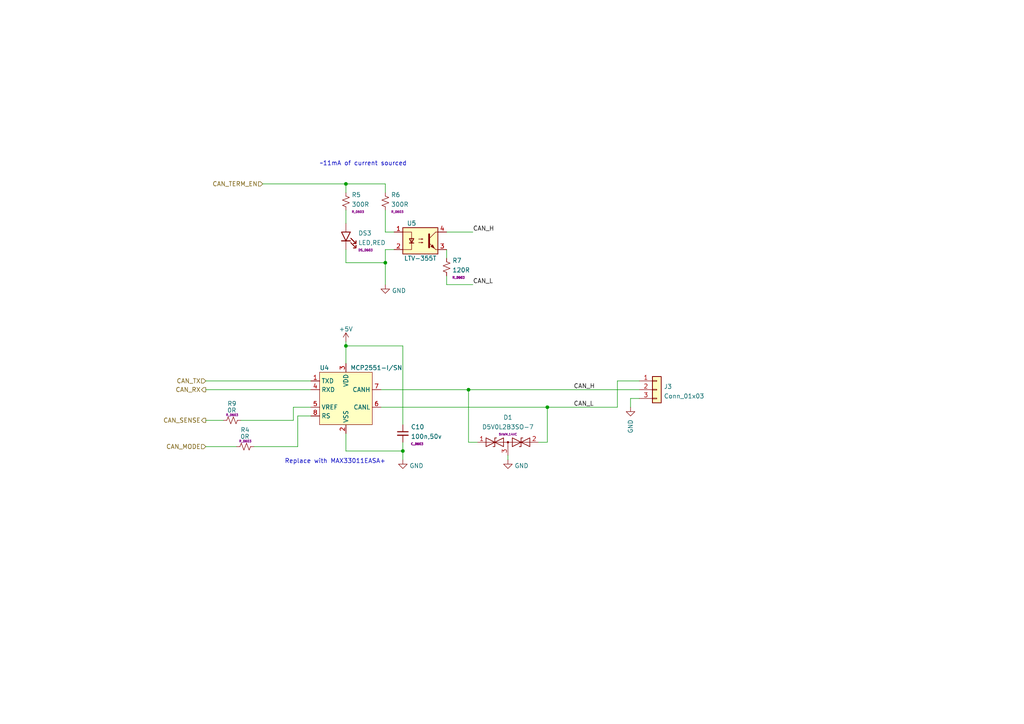
<source format=kicad_sch>
(kicad_sch (version 20211123) (generator eeschema)

  (uuid 5bbd8ceb-e402-4829-ae30-bada345dcc87)

  (paper "A4")

  (lib_symbols
    (symbol "C_Capacitor:C_0603" (pin_numbers hide) (pin_names (offset 1.016)) (in_bom yes) (on_board yes)
      (property "Reference" "C" (id 0) (at 3.175 1.905 0)
        (effects (font (size 1.27 1.27)))
      )
      (property "Value" "C_0603" (id 1) (at 5.715 0 0)
        (effects (font (size 1.27 1.27)))
      )
      (property "Footprint" "C_Capacitor:C_0603" (id 2) (at -3.175 0 90)
        (effects (font (size 1.27 1.27)) hide)
      )
      (property "Datasheet" "" (id 3) (at 2.54 2.54 0)
        (effects (font (size 1.27 1.27)) hide)
      )
      (property "Size" "C_0603" (id 4) (at 4.445 -1.905 0)
        (effects (font (size 0.635 0.635)))
      )
      (symbol "C_0603_1_1"
        (polyline
          (pts
            (xy -1.524 -0.508)
            (xy 1.524 -0.508)
          )
          (stroke (width 0.3302) (type default) (color 0 0 0 0))
          (fill (type none))
        )
        (polyline
          (pts
            (xy -1.524 0.508)
            (xy 1.524 0.508)
          )
          (stroke (width 0.3048) (type default) (color 0 0 0 0))
          (fill (type none))
        )
        (pin passive line (at 0 2.54 270) (length 2.032)
          (name "~" (effects (font (size 1.27 1.27))))
          (number "1" (effects (font (size 1.27 1.27))))
        )
        (pin passive line (at 0 -2.54 90) (length 2.032)
          (name "~" (effects (font (size 1.27 1.27))))
          (number "2" (effects (font (size 1.27 1.27))))
        )
      )
    )
    (symbol "Connector_Generic:Conn_01x03" (pin_names (offset 1.016) hide) (in_bom yes) (on_board yes)
      (property "Reference" "J" (id 0) (at 0 5.08 0)
        (effects (font (size 1.27 1.27)))
      )
      (property "Value" "Conn_01x03" (id 1) (at 0 -5.08 0)
        (effects (font (size 1.27 1.27)))
      )
      (property "Footprint" "" (id 2) (at 0 0 0)
        (effects (font (size 1.27 1.27)) hide)
      )
      (property "Datasheet" "~" (id 3) (at 0 0 0)
        (effects (font (size 1.27 1.27)) hide)
      )
      (property "ki_keywords" "connector" (id 4) (at 0 0 0)
        (effects (font (size 1.27 1.27)) hide)
      )
      (property "ki_description" "Generic connector, single row, 01x03, script generated (kicad-library-utils/schlib/autogen/connector/)" (id 5) (at 0 0 0)
        (effects (font (size 1.27 1.27)) hide)
      )
      (property "ki_fp_filters" "Connector*:*_1x??_*" (id 6) (at 0 0 0)
        (effects (font (size 1.27 1.27)) hide)
      )
      (symbol "Conn_01x03_1_1"
        (rectangle (start -1.27 -2.413) (end 0 -2.667)
          (stroke (width 0.1524) (type default) (color 0 0 0 0))
          (fill (type none))
        )
        (rectangle (start -1.27 0.127) (end 0 -0.127)
          (stroke (width 0.1524) (type default) (color 0 0 0 0))
          (fill (type none))
        )
        (rectangle (start -1.27 2.667) (end 0 2.413)
          (stroke (width 0.1524) (type default) (color 0 0 0 0))
          (fill (type none))
        )
        (rectangle (start -1.27 3.81) (end 1.27 -3.81)
          (stroke (width 0.254) (type default) (color 0 0 0 0))
          (fill (type background))
        )
        (pin passive line (at -5.08 2.54 0) (length 3.81)
          (name "Pin_1" (effects (font (size 1.27 1.27))))
          (number "1" (effects (font (size 1.27 1.27))))
        )
        (pin passive line (at -5.08 0 0) (length 3.81)
          (name "Pin_2" (effects (font (size 1.27 1.27))))
          (number "2" (effects (font (size 1.27 1.27))))
        )
        (pin passive line (at -5.08 -2.54 0) (length 3.81)
          (name "Pin_3" (effects (font (size 1.27 1.27))))
          (number "3" (effects (font (size 1.27 1.27))))
        )
      )
    )
    (symbol "DS_LED:DS_0603" (pin_numbers hide) (pin_names (offset 1.016) hide) (in_bom yes) (on_board yes)
      (property "Reference" "DS" (id 0) (at 0 2.54 0)
        (effects (font (size 1.27 1.27)))
      )
      (property "Value" "DS_0603" (id 1) (at 0 -4.445 0)
        (effects (font (size 0.635 0.635)))
      )
      (property "Footprint" "DS_LED:DS_0603" (id 2) (at 0 -6.35 0)
        (effects (font (size 1.27 1.27)) hide)
      )
      (property "Datasheet" "" (id 3) (at 0 -6.35 0)
        (effects (font (size 1.27 1.27)) hide)
      )
      (property "Color" "?" (id 4) (at 1.27 -2.54 0)
        (effects (font (size 1.27 1.27)))
      )
      (symbol "DS_0603_1_1"
        (polyline
          (pts
            (xy -1.27 -1.27)
            (xy -1.27 1.27)
          )
          (stroke (width 0.254) (type default) (color 0 0 0 0))
          (fill (type none))
        )
        (polyline
          (pts
            (xy -1.27 -1.27)
            (xy -1.27 1.27)
          )
          (stroke (width 0.254) (type default) (color 0 0 0 0))
          (fill (type none))
        )
        (polyline
          (pts
            (xy 1.27 -1.27)
            (xy 1.27 1.27)
            (xy -1.27 0)
            (xy 1.27 -1.27)
          )
          (stroke (width 0.254) (type default) (color 0 0 0 0))
          (fill (type none))
        )
        (polyline
          (pts
            (xy -1.778 -1.397)
            (xy -3.302 -2.921)
            (xy -2.54 -2.921)
            (xy -3.302 -2.921)
            (xy -3.302 -2.159)
          )
          (stroke (width 0) (type default) (color 0 0 0 0))
          (fill (type none))
        )
        (polyline
          (pts
            (xy -1.778 -1.397)
            (xy -3.302 -2.921)
            (xy -2.54 -2.921)
            (xy -3.302 -2.921)
            (xy -3.302 -2.159)
          )
          (stroke (width 0) (type default) (color 0 0 0 0))
          (fill (type none))
        )
        (polyline
          (pts
            (xy -1.778 -1.397)
            (xy -3.302 -2.921)
            (xy -2.54 -2.921)
            (xy -3.302 -2.921)
            (xy -3.302 -2.159)
          )
          (stroke (width 0) (type default) (color 0 0 0 0))
          (fill (type none))
        )
        (polyline
          (pts
            (xy -1.778 -1.397)
            (xy -3.302 -2.921)
            (xy -2.54 -2.921)
            (xy -3.302 -2.921)
            (xy -3.302 -2.159)
          )
          (stroke (width 0) (type default) (color 0 0 0 0))
          (fill (type none))
        )
        (polyline
          (pts
            (xy -1.778 -1.397)
            (xy -3.302 -2.921)
            (xy -2.54 -2.921)
            (xy -3.302 -2.921)
            (xy -3.302 -2.159)
          )
          (stroke (width 0) (type default) (color 0 0 0 0))
          (fill (type none))
        )
        (polyline
          (pts
            (xy -1.778 -1.397)
            (xy -3.302 -2.921)
            (xy -2.54 -2.921)
            (xy -3.302 -2.921)
            (xy -3.302 -2.159)
          )
          (stroke (width 0) (type default) (color 0 0 0 0))
          (fill (type none))
        )
        (polyline
          (pts
            (xy -1.778 -1.397)
            (xy -3.302 -2.921)
            (xy -2.54 -2.921)
            (xy -3.302 -2.921)
            (xy -3.302 -2.159)
          )
          (stroke (width 0) (type default) (color 0 0 0 0))
          (fill (type none))
        )
        (polyline
          (pts
            (xy -1.778 -1.397)
            (xy -3.302 -2.921)
            (xy -2.54 -2.921)
            (xy -3.302 -2.921)
            (xy -3.302 -2.159)
          )
          (stroke (width 0) (type default) (color 0 0 0 0))
          (fill (type none))
        )
        (polyline
          (pts
            (xy -0.508 -1.397)
            (xy -2.032 -2.921)
            (xy -1.27 -2.921)
            (xy -2.032 -2.921)
            (xy -2.032 -2.159)
          )
          (stroke (width 0) (type default) (color 0 0 0 0))
          (fill (type none))
        )
        (polyline
          (pts
            (xy -0.508 -1.397)
            (xy -2.032 -2.921)
            (xy -1.27 -2.921)
            (xy -2.032 -2.921)
            (xy -2.032 -2.159)
          )
          (stroke (width 0) (type default) (color 0 0 0 0))
          (fill (type none))
        )
        (polyline
          (pts
            (xy -0.508 -1.397)
            (xy -2.032 -2.921)
            (xy -1.27 -2.921)
            (xy -2.032 -2.921)
            (xy -2.032 -2.159)
          )
          (stroke (width 0) (type default) (color 0 0 0 0))
          (fill (type none))
        )
        (polyline
          (pts
            (xy -0.508 -1.397)
            (xy -2.032 -2.921)
            (xy -1.27 -2.921)
            (xy -2.032 -2.921)
            (xy -2.032 -2.159)
          )
          (stroke (width 0) (type default) (color 0 0 0 0))
          (fill (type none))
        )
        (polyline
          (pts
            (xy -0.508 -1.397)
            (xy -2.032 -2.921)
            (xy -1.27 -2.921)
            (xy -2.032 -2.921)
            (xy -2.032 -2.159)
          )
          (stroke (width 0) (type default) (color 0 0 0 0))
          (fill (type none))
        )
        (polyline
          (pts
            (xy -0.508 -1.397)
            (xy -2.032 -2.921)
            (xy -1.27 -2.921)
            (xy -2.032 -2.921)
            (xy -2.032 -2.159)
          )
          (stroke (width 0) (type default) (color 0 0 0 0))
          (fill (type none))
        )
        (polyline
          (pts
            (xy -0.508 -1.397)
            (xy -2.032 -2.921)
            (xy -1.27 -2.921)
            (xy -2.032 -2.921)
            (xy -2.032 -2.159)
          )
          (stroke (width 0) (type default) (color 0 0 0 0))
          (fill (type none))
        )
        (polyline
          (pts
            (xy -0.508 -1.397)
            (xy -2.032 -2.921)
            (xy -1.27 -2.921)
            (xy -2.032 -2.921)
            (xy -2.032 -2.159)
          )
          (stroke (width 0) (type default) (color 0 0 0 0))
          (fill (type none))
        )
        (pin passive line (at -3.81 0 0) (length 2.54)
          (name "K" (effects (font (size 1.27 1.27))))
          (number "1" (effects (font (size 1.27 1.27))))
        )
        (pin passive line (at 3.81 0 180) (length 2.54)
          (name "A" (effects (font (size 1.27 1.27))))
          (number "2" (effects (font (size 1.27 1.27))))
        )
      )
    )
    (symbol "D_Diode:D5V0L2B3SO-7" (pin_names hide) (in_bom yes) (on_board yes)
      (property "Reference" "D" (id 0) (at -5.08 2.54 0)
        (effects (font (size 1.27 1.27)))
      )
      (property "Value" "D5V0L2B3SO-7" (id 1) (at 8.89 -3.81 0)
        (effects (font (size 1.27 1.27)))
      )
      (property "Footprint" "U_IC:SOT23_3" (id 2) (at 7.62 -6.35 0)
        (effects (font (size 1.27 1.27)) hide)
      )
      (property "Datasheet" "" (id 3) (at -17.78 -5.08 0)
        (effects (font (size 1.27 1.27)) hide)
      )
      (property "Params" "5VWM,14VC" (id 4) (at 5.08 -5.08 0)
        (effects (font (size 0.63 0.63)))
      )
      (property "ki_keywords" "TVS DIODE 5VWM 14VC SOT23" (id 5) (at 0 0 0)
        (effects (font (size 1.27 1.27)) hide)
      )
      (property "ki_description" "TVS DIODE 5VWM 14VC SOT23" (id 6) (at 0 0 0)
        (effects (font (size 1.27 1.27)) hide)
      )
      (symbol "D5V0L2B3SO-7_0_0"
        (polyline
          (pts
            (xy 0 -1.27)
            (xy 0 0)
          )
          (stroke (width 0) (type default) (color 0 0 0 0))
          (fill (type none))
        )
      )
      (symbol "D5V0L2B3SO-7_0_1"
        (polyline
          (pts
            (xy -6.35 0)
            (xy 6.35 0)
          )
          (stroke (width 0) (type default) (color 0 0 0 0))
          (fill (type none))
        )
        (polyline
          (pts
            (xy -3.302 1.27)
            (xy -3.81 1.27)
            (xy -3.81 -1.27)
            (xy -4.318 -1.27)
          )
          (stroke (width 0.2032) (type default) (color 0 0 0 0))
          (fill (type none))
        )
        (polyline
          (pts
            (xy 4.318 1.27)
            (xy 3.81 1.27)
            (xy 3.81 -1.27)
            (xy 3.302 -1.27)
          )
          (stroke (width 0.2032) (type default) (color 0 0 0 0))
          (fill (type none))
        )
        (polyline
          (pts
            (xy -6.35 -1.27)
            (xy -1.27 1.27)
            (xy -1.27 -1.27)
            (xy -6.35 1.27)
            (xy -6.35 -1.27)
          )
          (stroke (width 0.2032) (type default) (color 0 0 0 0))
          (fill (type none))
        )
        (polyline
          (pts
            (xy 1.27 -1.27)
            (xy 1.27 1.27)
            (xy 6.35 -1.27)
            (xy 6.35 1.27)
            (xy 1.27 -1.27)
          )
          (stroke (width 0.2032) (type default) (color 0 0 0 0))
          (fill (type none))
        )
        (circle (center 0 0) (radius 0.254)
          (stroke (width 0) (type default) (color 0 0 0 0))
          (fill (type outline))
        )
      )
      (symbol "D5V0L2B3SO-7_1_1"
        (pin passive line (at -8.89 0 0) (length 2.54)
          (name "A1" (effects (font (size 1.27 1.27))))
          (number "1" (effects (font (size 1.27 1.27))))
        )
        (pin passive line (at 8.89 0 180) (length 2.54)
          (name "A2" (effects (font (size 1.27 1.27))))
          (number "2" (effects (font (size 1.27 1.27))))
        )
        (pin passive line (at 0 -3.81 90) (length 2.54)
          (name "common" (effects (font (size 1.27 1.27))))
          (number "3" (effects (font (size 1.27 1.27))))
        )
      )
    )
    (symbol "R_Resistor:R_0603" (pin_numbers hide) (pin_names (offset 1.016)) (in_bom yes) (on_board yes)
      (property "Reference" "R" (id 0) (at 2.54 1.905 0)
        (effects (font (size 1.27 1.27)))
      )
      (property "Value" "R_0603" (id 1) (at 5.08 0 0)
        (effects (font (size 1.27 1.27)))
      )
      (property "Footprint" "R_Resistor:R_0603" (id 2) (at -2.54 0 90)
        (effects (font (size 1.27 1.27)) hide)
      )
      (property "Datasheet" "" (id 3) (at -2.54 -3.81 0)
        (effects (font (size 1.27 1.27)) hide)
      )
      (property "Size" "R_0603" (id 4) (at 3.81 -1.905 0)
        (effects (font (size 0.635 0.635)))
      )
      (symbol "R_0603_1_1"
        (polyline
          (pts
            (xy 0 0)
            (xy 1.016 -0.381)
            (xy 0 -0.762)
            (xy -1.016 -1.143)
            (xy 0 -1.524)
          )
          (stroke (width 0) (type default) (color 0 0 0 0))
          (fill (type none))
        )
        (polyline
          (pts
            (xy 0 1.524)
            (xy 1.016 1.143)
            (xy 0 0.762)
            (xy -1.016 0.381)
            (xy 0 0)
          )
          (stroke (width 0) (type default) (color 0 0 0 0))
          (fill (type none))
        )
        (pin passive line (at 0 2.54 270) (length 1.016)
          (name "~" (effects (font (size 1.27 1.27))))
          (number "1" (effects (font (size 1.27 1.27))))
        )
        (pin passive line (at 0 -2.54 90) (length 1.016)
          (name "~" (effects (font (size 1.27 1.27))))
          (number "2" (effects (font (size 1.27 1.27))))
        )
      )
    )
    (symbol "U_Optos:LTV-355T" (in_bom yes) (on_board yes)
      (property "Reference" "U" (id 0) (at -3.81 5.08 0)
        (effects (font (size 1.27 1.27)))
      )
      (property "Value" "LTV-355T" (id 1) (at 0 -5.08 0)
        (effects (font (size 1.27 1.27)))
      )
      (property "Footprint" "U_IC:SO4_2.54_4.4x3.6" (id 2) (at 0 -7.62 0)
        (effects (font (size 1.27 1.27)) hide)
      )
      (property "Datasheet" "" (id 3) (at -19.05 10.16 0)
        (effects (font (size 1.27 1.27)) hide)
      )
      (property "ki_keywords" "OPTOISO 3.75KV DARLINGTON 4SOP" (id 4) (at 0 0 0)
        (effects (font (size 1.27 1.27)) hide)
      )
      (property "ki_description" "OPTOISO 3.75KV DARLINGTON 4SOP" (id 5) (at 0 0 0)
        (effects (font (size 1.27 1.27)) hide)
      )
      (symbol "LTV-355T_0_1"
        (rectangle (start -5.08 3.81) (end 5.08 -3.81)
          (stroke (width 0.254) (type default) (color 0 0 0 0))
          (fill (type background))
        )
        (polyline
          (pts
            (xy -3.175 -0.635)
            (xy -1.905 -0.635)
          )
          (stroke (width 0.254) (type default) (color 0 0 0 0))
          (fill (type none))
        )
        (polyline
          (pts
            (xy 2.54 0.635)
            (xy 4.445 2.54)
          )
          (stroke (width 0) (type default) (color 0 0 0 0))
          (fill (type none))
        )
        (polyline
          (pts
            (xy 4.445 -2.54)
            (xy 2.54 -0.635)
          )
          (stroke (width 0) (type default) (color 0 0 0 0))
          (fill (type outline))
        )
        (polyline
          (pts
            (xy 4.445 -2.54)
            (xy 5.08 -2.54)
          )
          (stroke (width 0) (type default) (color 0 0 0 0))
          (fill (type none))
        )
        (polyline
          (pts
            (xy 4.445 2.54)
            (xy 5.08 2.54)
          )
          (stroke (width 0) (type default) (color 0 0 0 0))
          (fill (type none))
        )
        (polyline
          (pts
            (xy -5.08 2.54)
            (xy -2.54 2.54)
            (xy -2.54 0.635)
          )
          (stroke (width 0) (type default) (color 0 0 0 0))
          (fill (type none))
        )
        (polyline
          (pts
            (xy -2.54 0.635)
            (xy -2.54 -2.54)
            (xy -5.08 -2.54)
          )
          (stroke (width 0) (type default) (color 0 0 0 0))
          (fill (type none))
        )
        (polyline
          (pts
            (xy 2.54 1.905)
            (xy 2.54 -1.905)
            (xy 2.54 -1.905)
          )
          (stroke (width 0.508) (type default) (color 0 0 0 0))
          (fill (type none))
        )
        (polyline
          (pts
            (xy -2.54 -0.635)
            (xy -3.175 0.635)
            (xy -1.905 0.635)
            (xy -2.54 -0.635)
          )
          (stroke (width 0.254) (type default) (color 0 0 0 0))
          (fill (type none))
        )
        (polyline
          (pts
            (xy -0.508 -0.508)
            (xy 0.762 -0.508)
            (xy 0.381 -0.635)
            (xy 0.381 -0.381)
            (xy 0.762 -0.508)
          )
          (stroke (width 0) (type default) (color 0 0 0 0))
          (fill (type none))
        )
        (polyline
          (pts
            (xy -0.508 0.508)
            (xy 0.762 0.508)
            (xy 0.381 0.381)
            (xy 0.381 0.635)
            (xy 0.762 0.508)
          )
          (stroke (width 0) (type default) (color 0 0 0 0))
          (fill (type none))
        )
        (polyline
          (pts
            (xy 3.048 -1.651)
            (xy 3.556 -1.143)
            (xy 4.064 -2.159)
            (xy 3.048 -1.651)
            (xy 3.048 -1.651)
          )
          (stroke (width 0) (type default) (color 0 0 0 0))
          (fill (type outline))
        )
      )
      (symbol "LTV-355T_1_1"
        (pin passive line (at -7.62 2.54 0) (length 2.54)
          (name "~" (effects (font (size 1.27 1.27))))
          (number "1" (effects (font (size 1.27 1.27))))
        )
        (pin passive line (at -7.62 -2.54 0) (length 2.54)
          (name "~" (effects (font (size 1.27 1.27))))
          (number "2" (effects (font (size 1.27 1.27))))
        )
        (pin passive line (at 7.62 -2.54 180) (length 2.54)
          (name "~" (effects (font (size 1.27 1.27))))
          (number "3" (effects (font (size 1.27 1.27))))
        )
        (pin passive line (at 7.62 2.54 180) (length 2.54)
          (name "~" (effects (font (size 1.27 1.27))))
          (number "4" (effects (font (size 1.27 1.27))))
        )
      )
    )
    (symbol "U_Transceiver:MCP2551-I{slash}SN" (in_bom yes) (on_board yes)
      (property "Reference" "U" (id 0) (at -6.35 8.89 0)
        (effects (font (size 1.27 1.27)))
      )
      (property "Value" "MCP2551-I{slash}SN" (id 1) (at 10.16 -8.89 0)
        (effects (font (size 1.27 1.27)))
      )
      (property "Footprint" "U_IC:SOIC_8" (id 2) (at 8.89 -11.43 0)
        (effects (font (size 1.27 1.27)) hide)
      )
      (property "Datasheet" "" (id 3) (at -30.48 -2.54 0)
        (effects (font (size 1.27 1.27)) hide)
      )
      (property "ki_keywords" "IC TRANSCEIVER HALF 1/1 8SOIC CAN" (id 4) (at 0 0 0)
        (effects (font (size 1.27 1.27)) hide)
      )
      (property "ki_description" "IC TRANSCEIVER HALF 1/1 8SOIC CAN" (id 5) (at 0 0 0)
        (effects (font (size 1.27 1.27)) hide)
      )
      (symbol "MCP2551-I{slash}SN_0_1"
        (rectangle (start -7.62 7.62) (end 7.62 -7.62)
          (stroke (width 0.1524) (type default) (color 0 0 0 0))
          (fill (type background))
        )
      )
      (symbol "MCP2551-I{slash}SN_1_1"
        (pin output line (at -10.16 5.08 0) (length 2.54)
          (name "TXD" (effects (font (size 1.27 1.27))))
          (number "1" (effects (font (size 1.27 1.27))))
        )
        (pin power_in line (at 0 -10.16 90) (length 2.54)
          (name "VSS" (effects (font (size 1.27 1.27))))
          (number "2" (effects (font (size 1.27 1.27))))
        )
        (pin power_in line (at 0 10.16 270) (length 2.54)
          (name "VDD" (effects (font (size 1.27 1.27))))
          (number "3" (effects (font (size 1.27 1.27))))
        )
        (pin input line (at -10.16 2.54 0) (length 2.54)
          (name "RXD" (effects (font (size 1.27 1.27))))
          (number "4" (effects (font (size 1.27 1.27))))
        )
        (pin output line (at -10.16 -2.54 0) (length 2.54)
          (name "VREF" (effects (font (size 1.27 1.27))))
          (number "5" (effects (font (size 1.27 1.27))))
        )
        (pin bidirectional line (at 10.16 -2.54 180) (length 2.54)
          (name "CANL" (effects (font (size 1.27 1.27))))
          (number "6" (effects (font (size 1.27 1.27))))
        )
        (pin bidirectional line (at 10.16 2.54 180) (length 2.54)
          (name "CANH" (effects (font (size 1.27 1.27))))
          (number "7" (effects (font (size 1.27 1.27))))
        )
        (pin passive line (at -10.16 -5.08 0) (length 2.54)
          (name "RS" (effects (font (size 1.27 1.27))))
          (number "8" (effects (font (size 1.27 1.27))))
        )
      )
    )
    (symbol "power:+5V" (power) (pin_names (offset 0)) (in_bom yes) (on_board yes)
      (property "Reference" "#PWR" (id 0) (at 0 -3.81 0)
        (effects (font (size 1.27 1.27)) hide)
      )
      (property "Value" "+5V" (id 1) (at 0 3.556 0)
        (effects (font (size 1.27 1.27)))
      )
      (property "Footprint" "" (id 2) (at 0 0 0)
        (effects (font (size 1.27 1.27)) hide)
      )
      (property "Datasheet" "" (id 3) (at 0 0 0)
        (effects (font (size 1.27 1.27)) hide)
      )
      (property "ki_keywords" "power-flag" (id 4) (at 0 0 0)
        (effects (font (size 1.27 1.27)) hide)
      )
      (property "ki_description" "Power symbol creates a global label with name \"+5V\"" (id 5) (at 0 0 0)
        (effects (font (size 1.27 1.27)) hide)
      )
      (symbol "+5V_0_1"
        (polyline
          (pts
            (xy -0.762 1.27)
            (xy 0 2.54)
          )
          (stroke (width 0) (type default) (color 0 0 0 0))
          (fill (type none))
        )
        (polyline
          (pts
            (xy 0 0)
            (xy 0 2.54)
          )
          (stroke (width 0) (type default) (color 0 0 0 0))
          (fill (type none))
        )
        (polyline
          (pts
            (xy 0 2.54)
            (xy 0.762 1.27)
          )
          (stroke (width 0) (type default) (color 0 0 0 0))
          (fill (type none))
        )
      )
      (symbol "+5V_1_1"
        (pin power_in line (at 0 0 90) (length 0) hide
          (name "+5V" (effects (font (size 1.27 1.27))))
          (number "1" (effects (font (size 1.27 1.27))))
        )
      )
    )
    (symbol "power:GND" (power) (pin_names (offset 0)) (in_bom yes) (on_board yes)
      (property "Reference" "#PWR" (id 0) (at 0 -6.35 0)
        (effects (font (size 1.27 1.27)) hide)
      )
      (property "Value" "GND" (id 1) (at 0 -3.81 0)
        (effects (font (size 1.27 1.27)))
      )
      (property "Footprint" "" (id 2) (at 0 0 0)
        (effects (font (size 1.27 1.27)) hide)
      )
      (property "Datasheet" "" (id 3) (at 0 0 0)
        (effects (font (size 1.27 1.27)) hide)
      )
      (property "ki_keywords" "power-flag" (id 4) (at 0 0 0)
        (effects (font (size 1.27 1.27)) hide)
      )
      (property "ki_description" "Power symbol creates a global label with name \"GND\" , ground" (id 5) (at 0 0 0)
        (effects (font (size 1.27 1.27)) hide)
      )
      (symbol "GND_0_1"
        (polyline
          (pts
            (xy 0 0)
            (xy 0 -1.27)
            (xy 1.27 -1.27)
            (xy 0 -2.54)
            (xy -1.27 -1.27)
            (xy 0 -1.27)
          )
          (stroke (width 0) (type default) (color 0 0 0 0))
          (fill (type none))
        )
      )
      (symbol "GND_1_1"
        (pin power_in line (at 0 0 270) (length 0) hide
          (name "GND" (effects (font (size 1.27 1.27))))
          (number "1" (effects (font (size 1.27 1.27))))
        )
      )
    )
  )

  (junction (at 158.75 118.11) (diameter 0) (color 0 0 0 0)
    (uuid 5dc2db03-572c-4ad8-bfec-3718137bdb0f)
  )
  (junction (at 116.84 130.81) (diameter 0) (color 0 0 0 0)
    (uuid 8bd80ce2-dc95-4d81-9864-c911616c0baf)
  )
  (junction (at 111.76 76.2) (diameter 0) (color 0 0 0 0)
    (uuid 8cae95bc-0893-4fd1-9082-0e7986ebe4b9)
  )
  (junction (at 100.33 100.33) (diameter 0) (color 0 0 0 0)
    (uuid ce21302b-e354-4b5f-84ba-85b29749fc24)
  )
  (junction (at 100.33 53.34) (diameter 0) (color 0 0 0 0)
    (uuid d0942f7b-dcb6-47be-a3a7-5d553900df51)
  )
  (junction (at 135.89 113.03) (diameter 0) (color 0 0 0 0)
    (uuid d46ed012-fa12-4990-831f-31cb88cf4e29)
  )

  (wire (pts (xy 111.76 72.39) (xy 114.3 72.39))
    (stroke (width 0) (type default) (color 0 0 0 0))
    (uuid 04296ae8-3e79-48dd-992d-3306c39369c5)
  )
  (wire (pts (xy 100.33 100.33) (xy 116.84 100.33))
    (stroke (width 0) (type default) (color 0 0 0 0))
    (uuid 0585c4ee-0a1b-45fc-b7ba-a7531e8fad34)
  )
  (wire (pts (xy 100.33 130.81) (xy 116.84 130.81))
    (stroke (width 0) (type default) (color 0 0 0 0))
    (uuid 11b30ccb-cf3e-487f-8b38-fd9b537b37a4)
  )
  (wire (pts (xy 59.69 121.92) (xy 64.77 121.92))
    (stroke (width 0) (type default) (color 0 0 0 0))
    (uuid 1527dba3-0218-4f64-a3f6-84f075dedb33)
  )
  (wire (pts (xy 110.49 113.03) (xy 135.89 113.03))
    (stroke (width 0) (type default) (color 0 0 0 0))
    (uuid 1d6282bc-331e-4c5e-a2f2-477d8ce8964c)
  )
  (wire (pts (xy 129.54 67.31) (xy 137.16 67.31))
    (stroke (width 0) (type default) (color 0 0 0 0))
    (uuid 1d99d74c-f6e1-44e5-b11f-03ffe0f78f4e)
  )
  (wire (pts (xy 85.09 118.11) (xy 85.09 121.92))
    (stroke (width 0) (type default) (color 0 0 0 0))
    (uuid 1fb15758-c681-4213-8544-40217f2cbc15)
  )
  (wire (pts (xy 135.89 128.27) (xy 135.89 113.03))
    (stroke (width 0) (type default) (color 0 0 0 0))
    (uuid 26f0c72a-000d-4a8d-ac62-1c1c4a22c904)
  )
  (wire (pts (xy 138.43 128.27) (xy 135.89 128.27))
    (stroke (width 0) (type default) (color 0 0 0 0))
    (uuid 29b09a9d-f922-4914-a810-c9dfc4c144aa)
  )
  (wire (pts (xy 179.07 110.49) (xy 185.42 110.49))
    (stroke (width 0) (type default) (color 0 0 0 0))
    (uuid 2cbc547f-88ed-4c37-ad45-91544cf6899e)
  )
  (wire (pts (xy 100.33 53.34) (xy 100.33 55.88))
    (stroke (width 0) (type default) (color 0 0 0 0))
    (uuid 3305367a-6fe5-4925-b65f-70943157417f)
  )
  (wire (pts (xy 76.2 53.34) (xy 100.33 53.34))
    (stroke (width 0) (type default) (color 0 0 0 0))
    (uuid 3b8a6365-51e8-49a1-bb0d-a32e99325097)
  )
  (wire (pts (xy 100.33 125.73) (xy 100.33 130.81))
    (stroke (width 0) (type default) (color 0 0 0 0))
    (uuid 4062da60-28dd-4b78-8ff0-a963d79aa0ab)
  )
  (wire (pts (xy 73.66 129.54) (xy 86.36 129.54))
    (stroke (width 0) (type default) (color 0 0 0 0))
    (uuid 4ac15042-c818-4bda-93bb-0fcd3ed5b65b)
  )
  (wire (pts (xy 100.33 99.06) (xy 100.33 100.33))
    (stroke (width 0) (type default) (color 0 0 0 0))
    (uuid 4b01d9c8-7bed-450b-bf47-5801631087db)
  )
  (wire (pts (xy 100.33 53.34) (xy 111.76 53.34))
    (stroke (width 0) (type default) (color 0 0 0 0))
    (uuid 4beb84b4-41fb-4226-92ca-9861badd3ebd)
  )
  (wire (pts (xy 111.76 53.34) (xy 111.76 55.88))
    (stroke (width 0) (type default) (color 0 0 0 0))
    (uuid 4d390bde-72cf-4381-925c-ca21da21d69c)
  )
  (wire (pts (xy 129.54 72.39) (xy 129.54 74.93))
    (stroke (width 0) (type default) (color 0 0 0 0))
    (uuid 58f58724-71c6-4d1c-9ce2-03d8acd52a98)
  )
  (wire (pts (xy 86.36 129.54) (xy 86.36 120.65))
    (stroke (width 0) (type default) (color 0 0 0 0))
    (uuid 61aee109-0d50-4c9c-982f-85c749756a3e)
  )
  (wire (pts (xy 85.09 121.92) (xy 69.85 121.92))
    (stroke (width 0) (type default) (color 0 0 0 0))
    (uuid 671f0aa0-a459-4304-a4b6-6b0ea3efdb4a)
  )
  (wire (pts (xy 59.69 110.49) (xy 90.17 110.49))
    (stroke (width 0) (type default) (color 0 0 0 0))
    (uuid 6d453ec2-9295-4362-81bf-5cb74c081262)
  )
  (wire (pts (xy 111.76 82.55) (xy 111.76 76.2))
    (stroke (width 0) (type default) (color 0 0 0 0))
    (uuid 6e70c345-0da5-4ece-979e-57845beb39fc)
  )
  (wire (pts (xy 100.33 105.41) (xy 100.33 100.33))
    (stroke (width 0) (type default) (color 0 0 0 0))
    (uuid 7290740a-828b-4ae5-a2ac-49e8dabeedcf)
  )
  (wire (pts (xy 110.49 118.11) (xy 158.75 118.11))
    (stroke (width 0) (type default) (color 0 0 0 0))
    (uuid 740aafab-6e66-4c2b-828d-6b3fec34c1b8)
  )
  (wire (pts (xy 100.33 76.2) (xy 111.76 76.2))
    (stroke (width 0) (type default) (color 0 0 0 0))
    (uuid 7480a1d1-105f-416f-9ef0-edf0e2fa48d9)
  )
  (wire (pts (xy 129.54 82.55) (xy 129.54 80.01))
    (stroke (width 0) (type default) (color 0 0 0 0))
    (uuid 7bce1231-40ab-4527-9195-a6e975b4e3e8)
  )
  (wire (pts (xy 116.84 130.81) (xy 116.84 133.35))
    (stroke (width 0) (type default) (color 0 0 0 0))
    (uuid 7ee7b50c-544c-4d82-8ac5-38936ce6f95d)
  )
  (wire (pts (xy 156.21 128.27) (xy 158.75 128.27))
    (stroke (width 0) (type default) (color 0 0 0 0))
    (uuid 7f160a19-ad10-4537-bf6e-02b26fae7d52)
  )
  (wire (pts (xy 158.75 128.27) (xy 158.75 118.11))
    (stroke (width 0) (type default) (color 0 0 0 0))
    (uuid 8194b920-983c-4890-9a44-d0a895933bf3)
  )
  (wire (pts (xy 114.3 67.31) (xy 111.76 67.31))
    (stroke (width 0) (type default) (color 0 0 0 0))
    (uuid 8752d934-dc0b-4997-8f26-d6ddbc836ab4)
  )
  (wire (pts (xy 182.88 118.11) (xy 182.88 115.57))
    (stroke (width 0) (type default) (color 0 0 0 0))
    (uuid 96d4b660-7c5d-4541-924b-a885f7ca93a5)
  )
  (wire (pts (xy 59.69 113.03) (xy 90.17 113.03))
    (stroke (width 0) (type default) (color 0 0 0 0))
    (uuid 975c1851-ca79-4906-b0c1-63afca4800a5)
  )
  (wire (pts (xy 135.89 113.03) (xy 185.42 113.03))
    (stroke (width 0) (type default) (color 0 0 0 0))
    (uuid b6c84c97-565c-4daa-b527-7f256fc1603c)
  )
  (wire (pts (xy 179.07 110.49) (xy 179.07 118.11))
    (stroke (width 0) (type default) (color 0 0 0 0))
    (uuid bc5f69d3-c44b-408a-baaa-9fa111d2fe6e)
  )
  (wire (pts (xy 129.54 82.55) (xy 137.16 82.55))
    (stroke (width 0) (type default) (color 0 0 0 0))
    (uuid c4e84d42-9155-483a-afb2-ca865911428b)
  )
  (wire (pts (xy 111.76 72.39) (xy 111.76 76.2))
    (stroke (width 0) (type default) (color 0 0 0 0))
    (uuid c733c985-8606-4a1b-bbf5-f4110aefe294)
  )
  (wire (pts (xy 86.36 120.65) (xy 90.17 120.65))
    (stroke (width 0) (type default) (color 0 0 0 0))
    (uuid c9345459-ed87-46f0-b24e-2fe29b373568)
  )
  (wire (pts (xy 182.88 115.57) (xy 185.42 115.57))
    (stroke (width 0) (type default) (color 0 0 0 0))
    (uuid ca627bdf-9f3b-4f1b-b5ff-9efa2bf99c38)
  )
  (wire (pts (xy 116.84 130.81) (xy 116.84 128.27))
    (stroke (width 0) (type default) (color 0 0 0 0))
    (uuid cf387229-c121-4295-9fd5-bb6a154f5b64)
  )
  (wire (pts (xy 147.32 132.08) (xy 147.32 133.35))
    (stroke (width 0) (type default) (color 0 0 0 0))
    (uuid d1dda94a-fbd2-4b90-930d-f0c3e83d3ec6)
  )
  (wire (pts (xy 158.75 118.11) (xy 179.07 118.11))
    (stroke (width 0) (type default) (color 0 0 0 0))
    (uuid d943ee7c-65a0-47ff-82e4-e16b32c34646)
  )
  (wire (pts (xy 116.84 100.33) (xy 116.84 123.19))
    (stroke (width 0) (type default) (color 0 0 0 0))
    (uuid db128d72-9592-4c0e-befd-a29eb476cb61)
  )
  (wire (pts (xy 59.69 129.54) (xy 68.58 129.54))
    (stroke (width 0) (type default) (color 0 0 0 0))
    (uuid db2664b4-d580-4a7b-9bd0-823d6c867295)
  )
  (wire (pts (xy 90.17 118.11) (xy 85.09 118.11))
    (stroke (width 0) (type default) (color 0 0 0 0))
    (uuid e3b27d36-3c8e-4da5-b812-ceb17af664c7)
  )
  (wire (pts (xy 100.33 60.96) (xy 100.33 64.77))
    (stroke (width 0) (type default) (color 0 0 0 0))
    (uuid ef7a59ed-2dd4-494c-8d01-15cbaa4de68e)
  )
  (wire (pts (xy 111.76 67.31) (xy 111.76 60.96))
    (stroke (width 0) (type default) (color 0 0 0 0))
    (uuid f2267612-e74f-471f-b085-e96858943295)
  )
  (wire (pts (xy 100.33 72.39) (xy 100.33 76.2))
    (stroke (width 0) (type default) (color 0 0 0 0))
    (uuid fe529387-492b-4205-893f-e840d9f8ba3a)
  )

  (text "~11mA of current sourced" (at 92.71 48.26 0)
    (effects (font (size 1.27 1.27)) (justify left bottom))
    (uuid 194d5336-388d-493a-a9b3-3b263ace7fbf)
  )
  (text "Replace with MAX33011EASA+" (at 82.55 134.62 0)
    (effects (font (size 1.27 1.27)) (justify left bottom))
    (uuid 3d92e5c7-cba3-4faf-85d3-61c9dc5ebafb)
  )

  (label "CAN_L" (at 166.37 118.11 0)
    (effects (font (size 1.27 1.27)) (justify left bottom))
    (uuid 14fe714e-3a12-4550-8e3f-be39909b2c5f)
  )
  (label "CAN_H" (at 166.37 113.03 0)
    (effects (font (size 1.27 1.27)) (justify left bottom))
    (uuid 269f15a0-7d3d-4bf4-8f6a-b9c15fb6fba7)
  )
  (label "CAN_L" (at 137.16 82.55 0)
    (effects (font (size 1.27 1.27)) (justify left bottom))
    (uuid ac821efe-1718-4a8c-ac34-fcf7f169e89f)
  )
  (label "CAN_H" (at 137.16 67.31 0)
    (effects (font (size 1.27 1.27)) (justify left bottom))
    (uuid dc5c4a8f-bf87-404b-8330-f1e4a86d9184)
  )

  (hierarchical_label "CAN_TX" (shape input) (at 59.69 110.49 180)
    (effects (font (size 1.27 1.27)) (justify right))
    (uuid 07a2c795-dc14-4e8b-a2ff-d03d9ec9a71a)
  )
  (hierarchical_label "CAN_RX" (shape output) (at 59.69 113.03 180)
    (effects (font (size 1.27 1.27)) (justify right))
    (uuid 30822bc6-1fb4-4988-a17a-011c83db3e9a)
  )
  (hierarchical_label "CAN_TERM_EN" (shape input) (at 76.2 53.34 180)
    (effects (font (size 1.27 1.27)) (justify right))
    (uuid 7d2d838c-8f4b-4f58-a7fe-91e98871936f)
  )
  (hierarchical_label "CAN_SENSE" (shape output) (at 59.69 121.92 180)
    (effects (font (size 1.27 1.27)) (justify right))
    (uuid 980efb07-bf54-4bb5-b472-b9df3c22b45b)
  )
  (hierarchical_label "CAN_MODE" (shape input) (at 59.69 129.54 180)
    (effects (font (size 1.27 1.27)) (justify right))
    (uuid bdf3d15a-a97d-46d1-baef-664df0c21692)
  )

  (symbol (lib_id "power:GND") (at 111.76 82.55 0) (unit 1)
    (in_bom yes) (on_board yes) (fields_autoplaced)
    (uuid 02153026-e6b7-4895-91ae-fad024d68a1f)
    (property "Reference" "#PWR026" (id 0) (at 111.76 88.9 0)
      (effects (font (size 1.27 1.27)) hide)
    )
    (property "Value" "GND" (id 1) (at 113.665 84.299 0)
      (effects (font (size 1.27 1.27)) (justify left))
    )
    (property "Footprint" "" (id 2) (at 111.76 82.55 0)
      (effects (font (size 1.27 1.27)) hide)
    )
    (property "Datasheet" "" (id 3) (at 111.76 82.55 0)
      (effects (font (size 1.27 1.27)) hide)
    )
    (pin "1" (uuid 9e40cbba-0040-45e5-a0ae-add460ef7d4c))
  )

  (symbol (lib_id "R_Resistor:R_0603") (at 111.76 58.42 0) (unit 1)
    (in_bom yes) (on_board yes) (fields_autoplaced)
    (uuid 1f59befb-03bd-4ec5-93c0-a7561c88ddf0)
    (property "Reference" "R6" (id 0) (at 113.411 56.5147 0)
      (effects (font (size 1.27 1.27)) (justify left))
    )
    (property "Value" "300R" (id 1) (at 113.411 59.2898 0)
      (effects (font (size 1.27 1.27)) (justify left))
    )
    (property "Footprint" "R_Resistor:R_0603" (id 2) (at 109.22 58.42 90)
      (effects (font (size 1.27 1.27)) hide)
    )
    (property "Datasheet" "" (id 3) (at 109.22 62.23 0)
      (effects (font (size 1.27 1.27)) hide)
    )
    (property "Size" "R_0603" (id 4) (at 113.411 61.4347 0)
      (effects (font (size 0.635 0.635)) (justify left))
    )
    (pin "1" (uuid 3f2b2741-0d9b-451a-b7e4-f7d7a9dbbf5b))
    (pin "2" (uuid cf09f3dc-5bf3-4a1f-85e1-25f61d7b9d93))
  )

  (symbol (lib_id "power:GND") (at 182.88 118.11 0) (unit 1)
    (in_bom yes) (on_board yes)
    (uuid 3d4bf2e9-fbaa-44c5-a919-2ca459393bc3)
    (property "Reference" "#PWR0101" (id 0) (at 182.88 124.46 0)
      (effects (font (size 1.27 1.27)) hide)
    )
    (property "Value" "GND" (id 1) (at 182.88 125.73 90)
      (effects (font (size 1.27 1.27)) (justify left))
    )
    (property "Footprint" "" (id 2) (at 182.88 118.11 0)
      (effects (font (size 1.27 1.27)) hide)
    )
    (property "Datasheet" "" (id 3) (at 182.88 118.11 0)
      (effects (font (size 1.27 1.27)) hide)
    )
    (pin "1" (uuid 4fb45a9b-6cb2-4ba6-8bf5-4a397634b29d))
  )

  (symbol (lib_id "D_Diode:D5V0L2B3SO-7") (at 147.32 128.27 0) (unit 1)
    (in_bom yes) (on_board yes) (fields_autoplaced)
    (uuid 46ececbc-0712-4318-8c7a-c748d9725766)
    (property "Reference" "D1" (id 0) (at 147.32 121.0713 0))
    (property "Value" "D5V0L2B3SO-7" (id 1) (at 147.32 123.8464 0))
    (property "Footprint" "U_IC:SOT23_3" (id 2) (at 154.94 134.62 0)
      (effects (font (size 1.27 1.27)) hide)
    )
    (property "Datasheet" "" (id 3) (at 129.54 133.35 0)
      (effects (font (size 1.27 1.27)) hide)
    )
    (property "Params" "5VWM,14VC" (id 4) (at 147.32 125.9863 0)
      (effects (font (size 0.63 0.63)))
    )
    (pin "1" (uuid 4b246621-446b-43b4-9bc6-aee4181805db))
    (pin "2" (uuid 708f14b6-f564-40e0-bc1a-65e081bd6a23))
    (pin "3" (uuid 4e4e7cd8-7521-483f-930d-73f9aa073cb5))
  )

  (symbol (lib_id "R_Resistor:R_0603") (at 71.12 129.54 90) (unit 1)
    (in_bom yes) (on_board yes)
    (uuid 5f02240d-bc31-4694-be0c-12e9183f984a)
    (property "Reference" "R4" (id 0) (at 72.4369 124.6972 90)
      (effects (font (size 1.27 1.27)) (justify left))
    )
    (property "Value" "0R" (id 1) (at 72.3899 126.624 90)
      (effects (font (size 1.27 1.27)) (justify left))
    )
    (property "Footprint" "R_Resistor:R_0603" (id 2) (at 71.12 132.08 90)
      (effects (font (size 1.27 1.27)) hide)
    )
    (property "Datasheet" "" (id 3) (at 74.93 132.08 0)
      (effects (font (size 1.27 1.27)) hide)
    )
    (property "Size" "R_0603" (id 4) (at 72.9539 127.9634 90)
      (effects (font (size 0.635 0.635)) (justify left))
    )
    (pin "1" (uuid b0c53da4-ee0a-4be1-b20e-4ea82033f74c))
    (pin "2" (uuid 1dd67497-876c-493d-844c-599b2c0a9d90))
  )

  (symbol (lib_id "R_Resistor:R_0603") (at 129.54 77.47 0) (unit 1)
    (in_bom yes) (on_board yes) (fields_autoplaced)
    (uuid 61f43836-d204-4802-80e7-c0f1081ca036)
    (property "Reference" "R7" (id 0) (at 131.191 75.5647 0)
      (effects (font (size 1.27 1.27)) (justify left))
    )
    (property "Value" "120R" (id 1) (at 131.191 78.3398 0)
      (effects (font (size 1.27 1.27)) (justify left))
    )
    (property "Footprint" "R_Resistor:R_0603" (id 2) (at 127 77.47 90)
      (effects (font (size 1.27 1.27)) hide)
    )
    (property "Datasheet" "" (id 3) (at 127 81.28 0)
      (effects (font (size 1.27 1.27)) hide)
    )
    (property "Size" "R_0603" (id 4) (at 131.191 80.4847 0)
      (effects (font (size 0.635 0.635)) (justify left))
    )
    (pin "1" (uuid ff2380c4-e201-4de7-b20a-e476c9ae07f3))
    (pin "2" (uuid d5eedfc3-c521-4615-bcef-ddf4007eb455))
  )

  (symbol (lib_id "power:GND") (at 116.84 133.35 0) (unit 1)
    (in_bom yes) (on_board yes) (fields_autoplaced)
    (uuid 710d6504-1710-4847-8328-c23e6332805c)
    (property "Reference" "#PWR027" (id 0) (at 116.84 139.7 0)
      (effects (font (size 1.27 1.27)) hide)
    )
    (property "Value" "GND" (id 1) (at 118.745 135.099 0)
      (effects (font (size 1.27 1.27)) (justify left))
    )
    (property "Footprint" "" (id 2) (at 116.84 133.35 0)
      (effects (font (size 1.27 1.27)) hide)
    )
    (property "Datasheet" "" (id 3) (at 116.84 133.35 0)
      (effects (font (size 1.27 1.27)) hide)
    )
    (pin "1" (uuid de8377db-2230-426a-a2b7-2b389e699fff))
  )

  (symbol (lib_id "R_Resistor:R_0603") (at 100.33 58.42 0) (unit 1)
    (in_bom yes) (on_board yes) (fields_autoplaced)
    (uuid 74ec4e9d-af6e-4d78-81ca-9c681516e573)
    (property "Reference" "R5" (id 0) (at 101.981 56.5147 0)
      (effects (font (size 1.27 1.27)) (justify left))
    )
    (property "Value" "300R" (id 1) (at 101.981 59.2898 0)
      (effects (font (size 1.27 1.27)) (justify left))
    )
    (property "Footprint" "R_Resistor:R_0603" (id 2) (at 97.79 58.42 90)
      (effects (font (size 1.27 1.27)) hide)
    )
    (property "Datasheet" "" (id 3) (at 97.79 62.23 0)
      (effects (font (size 1.27 1.27)) hide)
    )
    (property "Size" "R_0603" (id 4) (at 101.981 61.4347 0)
      (effects (font (size 0.635 0.635)) (justify left))
    )
    (pin "1" (uuid 1f883fde-f17e-4b93-bce6-94599a607188))
    (pin "2" (uuid 2e29ec9c-437c-44b2-9d0d-00647ea28d5f))
  )

  (symbol (lib_id "power:GND") (at 147.32 133.35 0) (unit 1)
    (in_bom yes) (on_board yes) (fields_autoplaced)
    (uuid 8adb752b-7647-40f0-a1c3-61f3791456cd)
    (property "Reference" "#PWR028" (id 0) (at 147.32 139.7 0)
      (effects (font (size 1.27 1.27)) hide)
    )
    (property "Value" "GND" (id 1) (at 149.225 135.099 0)
      (effects (font (size 1.27 1.27)) (justify left))
    )
    (property "Footprint" "" (id 2) (at 147.32 133.35 0)
      (effects (font (size 1.27 1.27)) hide)
    )
    (property "Datasheet" "" (id 3) (at 147.32 133.35 0)
      (effects (font (size 1.27 1.27)) hide)
    )
    (pin "1" (uuid a18b722d-8a48-4e43-a314-97efb2e82490))
  )

  (symbol (lib_id "U_Transceiver:MCP2551-I{slash}SN") (at 100.33 115.57 0) (unit 1)
    (in_bom yes) (on_board yes)
    (uuid bd257d34-f651-4299-baea-3e593feb9a73)
    (property "Reference" "U4" (id 0) (at 92.71 106.68 0)
      (effects (font (size 1.27 1.27)) (justify left))
    )
    (property "Value" "MCP2551-I/SN" (id 1) (at 101.6 106.68 0)
      (effects (font (size 1.27 1.27)) (justify left))
    )
    (property "Footprint" "U_IC:SOIC_8" (id 2) (at 109.22 127 0)
      (effects (font (size 1.27 1.27)) hide)
    )
    (property "Datasheet" "" (id 3) (at 69.85 118.11 0)
      (effects (font (size 1.27 1.27)) hide)
    )
    (pin "1" (uuid 7c733ce8-0a69-4d92-9b9c-4e329b7554aa))
    (pin "2" (uuid b34d213a-9175-4f03-a3ab-b568963f8012))
    (pin "3" (uuid ad418022-07a6-448a-a8b7-8f4f5d5c57d4))
    (pin "4" (uuid 964c4770-bd2e-4412-a43f-e3c662b6ae0d))
    (pin "5" (uuid e4c4d509-09f3-457c-a301-2912b499d602))
    (pin "6" (uuid c4a6a588-1e37-4730-af25-1e590818abdd))
    (pin "7" (uuid 9e27f7d5-55b3-450b-ad57-2db6aa725c58))
    (pin "8" (uuid da9ea1c8-8d9f-45cd-a592-245f2130fc89))
  )

  (symbol (lib_id "Connector_Generic:Conn_01x03") (at 190.5 113.03 0) (unit 1)
    (in_bom yes) (on_board yes) (fields_autoplaced)
    (uuid ca815669-7de9-4dbd-9580-e40033f02e04)
    (property "Reference" "J3" (id 0) (at 192.532 112.1215 0)
      (effects (font (size 1.27 1.27)) (justify left))
    )
    (property "Value" "Conn_01x03" (id 1) (at 192.532 114.8966 0)
      (effects (font (size 1.27 1.27)) (justify left))
    )
    (property "Footprint" "Connector_Phoenix_MSTB:PhoenixContact_MSTBA_2,5_3-G-5,08_1x03_P5.08mm_Horizontal" (id 2) (at 190.5 113.03 0)
      (effects (font (size 1.27 1.27)) hide)
    )
    (property "Datasheet" "~" (id 3) (at 190.5 113.03 0)
      (effects (font (size 1.27 1.27)) hide)
    )
    (pin "1" (uuid b8947bff-7a95-4ea6-8d84-392193a0cabe))
    (pin "2" (uuid 249d46ef-861c-41d3-a19e-4af23226d63f))
    (pin "3" (uuid 1faa5b2c-b56b-4d51-9747-807bb12a6e52))
  )

  (symbol (lib_id "R_Resistor:R_0603") (at 67.31 121.92 90) (unit 1)
    (in_bom yes) (on_board yes)
    (uuid e0826cf5-7bc8-46f9-9a4a-faa239d9a3be)
    (property "Reference" "R9" (id 0) (at 68.6269 117.0772 90)
      (effects (font (size 1.27 1.27)) (justify left))
    )
    (property "Value" "0R" (id 1) (at 68.5799 119.004 90)
      (effects (font (size 1.27 1.27)) (justify left))
    )
    (property "Footprint" "R_Resistor:R_0603" (id 2) (at 67.31 124.46 90)
      (effects (font (size 1.27 1.27)) hide)
    )
    (property "Datasheet" "" (id 3) (at 71.12 124.46 0)
      (effects (font (size 1.27 1.27)) hide)
    )
    (property "Size" "R_0603" (id 4) (at 69.1439 120.3434 90)
      (effects (font (size 0.635 0.635)) (justify left))
    )
    (pin "1" (uuid 00c1e055-507e-4aea-8d51-d1497e93b43e))
    (pin "2" (uuid 4f9f49a9-0c30-4c9b-8492-85ee4b2dab13))
  )

  (symbol (lib_id "U_Optos:LTV-355T") (at 121.92 69.85 0) (unit 1)
    (in_bom yes) (on_board yes)
    (uuid e25ba696-a18b-4e62-8b10-d70f4a83cd3c)
    (property "Reference" "U5" (id 0) (at 119.38 64.77 0))
    (property "Value" "LTV-355T" (id 1) (at 121.92 74.93 0))
    (property "Footprint" "U_IC:SO4_2.54_4.4x3.6" (id 2) (at 121.92 77.47 0)
      (effects (font (size 1.27 1.27)) hide)
    )
    (property "Datasheet" "" (id 3) (at 102.87 59.69 0)
      (effects (font (size 1.27 1.27)) hide)
    )
    (pin "1" (uuid 0ae12a3d-8f11-4d2a-aea6-041961eeb901))
    (pin "2" (uuid 3f8a88a8-655f-4bd3-99e0-4b1e665b132d))
    (pin "3" (uuid f62038bb-5fd0-4f1f-b32e-3b6cd749095d))
    (pin "4" (uuid 63d7439a-8bb7-41fd-aa64-980326f82fa4))
  )

  (symbol (lib_id "power:+5V") (at 100.33 99.06 0) (unit 1)
    (in_bom yes) (on_board yes) (fields_autoplaced)
    (uuid e4ca06e0-969b-4e4f-ad29-66f218c968f7)
    (property "Reference" "#PWR025" (id 0) (at 100.33 102.87 0)
      (effects (font (size 1.27 1.27)) hide)
    )
    (property "Value" "+5V" (id 1) (at 100.33 95.4555 0))
    (property "Footprint" "" (id 2) (at 100.33 99.06 0)
      (effects (font (size 1.27 1.27)) hide)
    )
    (property "Datasheet" "" (id 3) (at 100.33 99.06 0)
      (effects (font (size 1.27 1.27)) hide)
    )
    (pin "1" (uuid be596b4e-6def-4a55-ab5e-c2ef4412dc2f))
  )

  (symbol (lib_id "C_Capacitor:C_0603") (at 116.84 125.73 0) (unit 1)
    (in_bom yes) (on_board yes) (fields_autoplaced)
    (uuid e7c08698-ce57-45e0-a9f5-b78b287d9d1f)
    (property "Reference" "C10" (id 0) (at 119.1641 123.831 0)
      (effects (font (size 1.27 1.27)) (justify left))
    )
    (property "Value" "100n,50v" (id 1) (at 119.1641 126.6061 0)
      (effects (font (size 1.27 1.27)) (justify left))
    )
    (property "Footprint" "C_Capacitor:C_0603" (id 2) (at 113.665 125.73 90)
      (effects (font (size 1.27 1.27)) hide)
    )
    (property "Datasheet" "" (id 3) (at 119.38 123.19 0)
      (effects (font (size 1.27 1.27)) hide)
    )
    (property "Size" "C_0603" (id 4) (at 119.1641 128.751 0)
      (effects (font (size 0.635 0.635)) (justify left))
    )
    (pin "1" (uuid c0648241-b580-4aa6-9338-153004a5938b))
    (pin "2" (uuid a4bda41e-87a3-4a68-995b-815ae1082b85))
  )

  (symbol (lib_id "DS_LED:DS_0603") (at 100.33 68.58 90) (unit 1)
    (in_bom yes) (on_board yes) (fields_autoplaced)
    (uuid fab3d4f2-01e5-46bf-87f6-7cdb759a2371)
    (property "Reference" "DS3" (id 0) (at 103.886 67.6272 90)
      (effects (font (size 1.27 1.27)) (justify right))
    )
    (property "Value" "LED,RED" (id 1) (at 103.886 70.4023 90)
      (effects (font (size 1.27 1.27)) (justify right))
    )
    (property "Footprint" "DS_LED:DS_0603" (id 2) (at 106.68 68.58 0)
      (effects (font (size 1.27 1.27)) hide)
    )
    (property "Datasheet" "" (id 3) (at 106.68 68.58 0)
      (effects (font (size 1.27 1.27)) hide)
    )
    (property "Color" "DS_0603" (id 4) (at 103.886 72.5472 90)
      (effects (font (size 0.635 0.635)) (justify right))
    )
    (pin "1" (uuid 3091bc0d-f9c5-4067-b0fd-f95f06a35a48))
    (pin "2" (uuid 7b9f4497-4972-40ed-b5fa-569186dd839f))
  )
)

</source>
